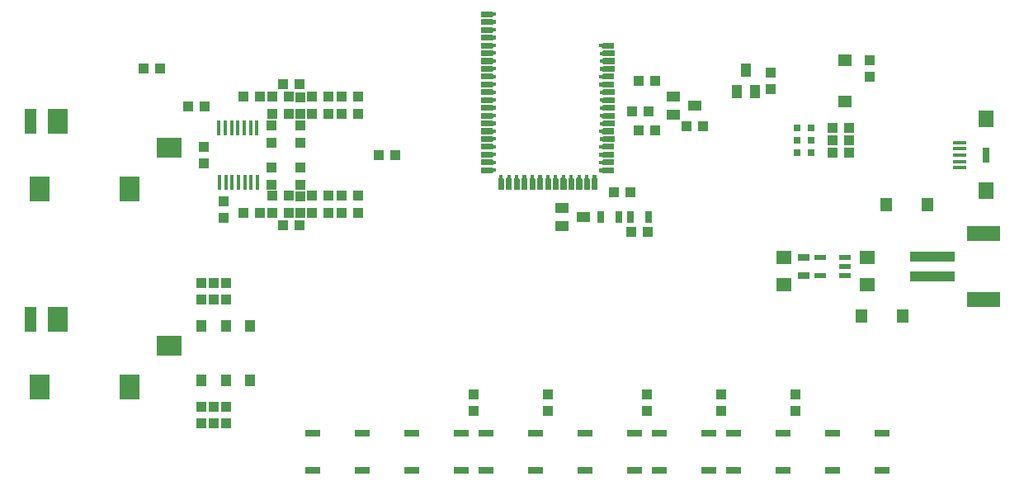
<source format=gbr>
G04 EAGLE Gerber RS-274X export*
G75*
%MOMM*%
%FSLAX34Y34*%
%LPD*%
%INSolderpaste Top*%
%IPPOS*%
%AMOC8*
5,1,8,0,0,1.08239X$1,22.5*%
G01*
%ADD10R,1.400000X1.000000*%
%ADD11R,1.200000X0.550000*%
%ADD12R,1.100000X1.000000*%
%ADD13R,1.200000X0.800000*%
%ADD14R,1.600000X1.400000*%
%ADD15R,0.800000X0.800000*%
%ADD16R,1.000000X1.100000*%
%ADD17R,1.000000X1.400000*%
%ADD18R,0.800000X1.200000*%
%ADD19R,1.270000X1.470000*%
%ADD20R,1.470000X1.270000*%
%ADD21R,4.600000X1.000000*%
%ADD22R,3.400000X1.600000*%
%ADD23R,2.000000X2.500000*%
%ADD24R,2.500000X2.000000*%
%ADD25R,1.200000X2.500000*%
%ADD26R,0.350000X1.600000*%
%ADD27R,1.400000X0.400000*%
%ADD28R,1.500000X1.800000*%
%ADD29R,0.700000X1.500000*%
%ADD30R,1.524000X0.762000*%
%ADD31R,1.000000X1.150000*%

G36*
X614352Y457103D02*
X614352Y457103D01*
X614352Y457104D01*
X614352Y463123D01*
X614348Y463128D01*
X614347Y463128D01*
X603044Y463128D01*
X603042Y463127D01*
X603041Y463127D01*
X601696Y461782D01*
X599133Y461782D01*
X599128Y461778D01*
X599128Y461777D01*
X599128Y458196D01*
X599132Y458191D01*
X599133Y458191D01*
X601594Y458191D01*
X602685Y457100D01*
X602688Y457100D01*
X602689Y457099D01*
X614347Y457099D01*
X614352Y457103D01*
G37*
G36*
X614378Y441078D02*
X614378Y441078D01*
X614377Y441078D01*
X614378Y441079D01*
X614378Y447098D01*
X614373Y447103D01*
X603070Y447103D01*
X603068Y447102D01*
X603066Y447102D01*
X601721Y445757D01*
X599158Y445757D01*
X599153Y445753D01*
X599153Y445752D01*
X599153Y442171D01*
X599157Y442166D01*
X599158Y442166D01*
X601620Y442166D01*
X602711Y441075D01*
X602713Y441075D01*
X602714Y441074D01*
X614373Y441074D01*
X614378Y441078D01*
G37*
G36*
X614329Y409155D02*
X614329Y409155D01*
X614329Y409156D01*
X614329Y415176D01*
X614325Y415181D01*
X614325Y415180D01*
X614324Y415181D01*
X603021Y415181D01*
X603020Y415179D01*
X603018Y415179D01*
X601673Y413835D01*
X599110Y413835D01*
X599105Y413830D01*
X599105Y410248D01*
X599109Y410243D01*
X599110Y410243D01*
X601572Y410243D01*
X602662Y409152D01*
X602665Y409152D01*
X602666Y409151D01*
X614324Y409151D01*
X614329Y409155D01*
G37*
G36*
X614218Y433074D02*
X614218Y433074D01*
X614217Y433075D01*
X614218Y433075D01*
X614218Y439095D01*
X614213Y439100D01*
X602910Y439100D01*
X602908Y439098D01*
X602906Y439098D01*
X601561Y437754D01*
X598998Y437754D01*
X598993Y437749D01*
X598993Y434167D01*
X598997Y434162D01*
X598998Y434163D01*
X598998Y434162D01*
X601460Y434162D01*
X602551Y433072D01*
X602553Y433071D01*
X602554Y433070D01*
X614213Y433070D01*
X614218Y433074D01*
G37*
G36*
X614329Y401104D02*
X614329Y401104D01*
X614329Y407124D01*
X614325Y407129D01*
X614324Y407129D01*
X603021Y407129D01*
X603020Y407127D01*
X603018Y407127D01*
X601673Y405783D01*
X599110Y405783D01*
X599105Y405778D01*
X599105Y402196D01*
X599109Y402191D01*
X599110Y402192D01*
X599110Y402191D01*
X601572Y402191D01*
X602662Y401101D01*
X602665Y401100D01*
X602666Y401099D01*
X614324Y401099D01*
X614329Y401104D01*
G37*
G36*
X614284Y465086D02*
X614284Y465086D01*
X614283Y465086D01*
X614284Y465087D01*
X614284Y471107D01*
X614279Y471111D01*
X614279Y471112D01*
X602976Y471112D01*
X602974Y471110D01*
X602972Y471110D01*
X601627Y469765D01*
X599064Y469765D01*
X599059Y469761D01*
X599059Y469760D01*
X599059Y466179D01*
X599064Y466174D01*
X601526Y466174D01*
X602617Y465083D01*
X602619Y465083D01*
X602620Y465082D01*
X614279Y465082D01*
X614284Y465086D01*
G37*
G36*
X614261Y425046D02*
X614261Y425046D01*
X614261Y431066D01*
X614256Y431071D01*
X602953Y431071D01*
X602951Y431069D01*
X602949Y431069D01*
X601605Y429725D01*
X599041Y429725D01*
X599036Y429720D01*
X599037Y429720D01*
X599036Y429720D01*
X599036Y426138D01*
X599041Y426133D01*
X599041Y426134D01*
X599041Y426133D01*
X601503Y426133D01*
X602594Y425043D01*
X602596Y425042D01*
X602597Y425041D01*
X614256Y425041D01*
X614261Y425046D01*
G37*
G36*
X614395Y417065D02*
X614395Y417065D01*
X614395Y423085D01*
X614391Y423090D01*
X614390Y423090D01*
X603087Y423090D01*
X603086Y423089D01*
X603084Y423089D01*
X601739Y421744D01*
X599176Y421744D01*
X599171Y421740D01*
X599171Y421739D01*
X599171Y418158D01*
X599175Y418153D01*
X599176Y418153D01*
X601638Y418153D01*
X602728Y417062D01*
X602731Y417062D01*
X602732Y417061D01*
X614390Y417061D01*
X614395Y417065D01*
G37*
G36*
X614388Y449076D02*
X614388Y449076D01*
X614388Y449077D01*
X614388Y455097D01*
X614383Y455102D01*
X603080Y455102D01*
X603078Y455100D01*
X603076Y455100D01*
X601732Y453756D01*
X599168Y453756D01*
X599163Y453751D01*
X599164Y453751D01*
X599163Y453751D01*
X599163Y450169D01*
X599168Y450164D01*
X599168Y450165D01*
X599168Y450164D01*
X601630Y450164D01*
X602721Y449074D01*
X602723Y449073D01*
X602724Y449072D01*
X614383Y449072D01*
X614388Y449076D01*
G37*
G36*
X614322Y393072D02*
X614322Y393072D01*
X614321Y393072D01*
X614322Y393073D01*
X614322Y399092D01*
X614317Y399097D01*
X603014Y399097D01*
X603012Y399096D01*
X603010Y399096D01*
X601666Y397751D01*
X599102Y397751D01*
X599097Y397747D01*
X599098Y397747D01*
X599097Y397746D01*
X599097Y394165D01*
X599102Y394160D01*
X601564Y394160D01*
X602655Y393069D01*
X602657Y393069D01*
X602658Y393068D01*
X614317Y393068D01*
X614322Y393072D01*
G37*
G36*
X614383Y385056D02*
X614383Y385056D01*
X614382Y385056D01*
X614383Y385056D01*
X614383Y391076D01*
X614378Y391081D01*
X603075Y391081D01*
X603073Y391080D01*
X603071Y391080D01*
X601726Y389735D01*
X599163Y389735D01*
X599158Y389731D01*
X599159Y389730D01*
X599158Y389730D01*
X599158Y386149D01*
X599163Y386144D01*
X601625Y386144D01*
X602716Y385053D01*
X602718Y385053D01*
X602719Y385051D01*
X614378Y385051D01*
X614383Y385056D01*
G37*
G36*
X614291Y377062D02*
X614291Y377062D01*
X614291Y377063D01*
X614291Y383083D01*
X614287Y383088D01*
X614287Y383087D01*
X614286Y383088D01*
X602983Y383088D01*
X602982Y383086D01*
X602980Y383086D01*
X601635Y381742D01*
X599072Y381742D01*
X599067Y381737D01*
X599067Y378155D01*
X599071Y378150D01*
X599071Y378151D01*
X599072Y378150D01*
X601533Y378150D01*
X602624Y377059D01*
X602627Y377059D01*
X602628Y377058D01*
X614286Y377058D01*
X614291Y377062D01*
G37*
G36*
X614345Y369122D02*
X614345Y369122D01*
X614344Y369123D01*
X614345Y369123D01*
X614345Y375143D01*
X614340Y375148D01*
X614340Y375147D01*
X614340Y375148D01*
X603037Y375148D01*
X603035Y375146D01*
X603033Y375146D01*
X601688Y373802D01*
X599125Y373802D01*
X599120Y373797D01*
X599120Y370215D01*
X599124Y370210D01*
X599125Y370211D01*
X599125Y370210D01*
X601587Y370210D01*
X602678Y369119D01*
X602680Y369119D01*
X602681Y369118D01*
X614340Y369118D01*
X614345Y369122D01*
G37*
G36*
X614215Y361149D02*
X614215Y361149D01*
X614215Y361150D01*
X614215Y367170D01*
X614211Y367175D01*
X614210Y367174D01*
X614210Y367175D01*
X602907Y367175D01*
X602905Y367173D01*
X602904Y367173D01*
X601559Y365829D01*
X598996Y365829D01*
X598991Y365824D01*
X598991Y362242D01*
X598995Y362237D01*
X598996Y362237D01*
X601457Y362237D01*
X602548Y361146D01*
X602550Y361146D01*
X602552Y361145D01*
X614210Y361145D01*
X614215Y361149D01*
G37*
G36*
X614271Y353098D02*
X614271Y353098D01*
X614271Y359118D01*
X614267Y359123D01*
X614266Y359123D01*
X602963Y359123D01*
X602961Y359121D01*
X602959Y359121D01*
X601615Y357777D01*
X599051Y357777D01*
X599046Y357772D01*
X599047Y357772D01*
X599046Y357772D01*
X599046Y354190D01*
X599051Y354185D01*
X599051Y354186D01*
X599051Y354185D01*
X601513Y354185D01*
X602604Y353095D01*
X602606Y353094D01*
X602607Y353093D01*
X614266Y353093D01*
X614271Y353098D01*
G37*
G36*
X614268Y345036D02*
X614268Y345036D01*
X614268Y351056D01*
X614264Y351061D01*
X614263Y351061D01*
X602960Y351061D01*
X602959Y351059D01*
X602957Y351059D01*
X601612Y349715D01*
X599049Y349715D01*
X599044Y349710D01*
X599044Y346128D01*
X599048Y346123D01*
X599049Y346124D01*
X599049Y346123D01*
X601511Y346123D01*
X602601Y345033D01*
X602604Y345032D01*
X602605Y345031D01*
X614263Y345031D01*
X614268Y345036D01*
G37*
G36*
X614266Y336984D02*
X614266Y336984D01*
X614266Y343004D01*
X614262Y343009D01*
X614261Y343009D01*
X602958Y343009D01*
X602956Y343008D01*
X602954Y343008D01*
X601610Y341663D01*
X599046Y341663D01*
X599041Y341659D01*
X599042Y341658D01*
X599041Y341658D01*
X599041Y338077D01*
X599046Y338072D01*
X601508Y338072D01*
X602599Y336981D01*
X602601Y336981D01*
X602602Y336979D01*
X614261Y336979D01*
X614266Y336984D01*
G37*
G36*
X489163Y449066D02*
X489163Y449066D01*
X489164Y449066D01*
X490509Y450411D01*
X493072Y450411D01*
X493077Y450415D01*
X493077Y450416D01*
X493077Y453997D01*
X493073Y454002D01*
X493072Y454002D01*
X490611Y454002D01*
X489520Y455093D01*
X489518Y455093D01*
X489516Y455094D01*
X477858Y455094D01*
X477853Y455090D01*
X477853Y455089D01*
X477853Y449069D01*
X477857Y449065D01*
X477858Y449065D01*
X489161Y449065D01*
X489163Y449066D01*
G37*
G36*
X489196Y441113D02*
X489196Y441113D01*
X489197Y441113D01*
X490542Y442458D01*
X493105Y442458D01*
X493110Y442462D01*
X493110Y442463D01*
X493110Y446044D01*
X493106Y446049D01*
X493105Y446049D01*
X490644Y446049D01*
X489553Y447140D01*
X489551Y447140D01*
X489549Y447142D01*
X477891Y447142D01*
X477886Y447137D01*
X477886Y441117D01*
X477890Y441112D01*
X477891Y441112D01*
X489194Y441112D01*
X489196Y441113D01*
G37*
G36*
X489114Y433105D02*
X489114Y433105D01*
X489116Y433105D01*
X490461Y434449D01*
X493024Y434449D01*
X493029Y434454D01*
X493029Y438036D01*
X493025Y438041D01*
X493024Y438040D01*
X493024Y438041D01*
X490562Y438041D01*
X489472Y439131D01*
X489469Y439132D01*
X489468Y439133D01*
X477810Y439133D01*
X477805Y439129D01*
X477805Y439128D01*
X477805Y433108D01*
X477809Y433103D01*
X477810Y433103D01*
X489113Y433103D01*
X489114Y433105D01*
G37*
G36*
X489160Y425165D02*
X489160Y425165D01*
X489162Y425165D01*
X490507Y426509D01*
X493070Y426509D01*
X493075Y426514D01*
X493075Y430096D01*
X493071Y430101D01*
X493070Y430100D01*
X493070Y430101D01*
X490608Y430101D01*
X489517Y431191D01*
X489515Y431192D01*
X489514Y431193D01*
X477855Y431193D01*
X477850Y431188D01*
X477851Y431188D01*
X477850Y431188D01*
X477850Y425168D01*
X477855Y425163D01*
X489158Y425163D01*
X489160Y425165D01*
G37*
G36*
X489170Y417034D02*
X489170Y417034D01*
X489172Y417034D01*
X490517Y418379D01*
X493080Y418379D01*
X493085Y418383D01*
X493085Y418384D01*
X493085Y421965D01*
X493081Y421970D01*
X493080Y421970D01*
X490618Y421970D01*
X489528Y423061D01*
X489525Y423061D01*
X489524Y423062D01*
X477865Y423062D01*
X477861Y423058D01*
X477860Y423057D01*
X477860Y417038D01*
X477865Y417033D01*
X489168Y417033D01*
X489170Y417034D01*
G37*
G36*
X489175Y409168D02*
X489175Y409168D01*
X489177Y409168D01*
X490522Y410512D01*
X493085Y410512D01*
X493090Y410517D01*
X493090Y414099D01*
X493086Y414104D01*
X493085Y414103D01*
X493085Y414104D01*
X490623Y414104D01*
X489533Y415194D01*
X489530Y415195D01*
X489529Y415196D01*
X477871Y415196D01*
X477866Y415192D01*
X477866Y415191D01*
X477866Y409171D01*
X477870Y409166D01*
X477871Y409166D01*
X489174Y409166D01*
X489175Y409168D01*
G37*
G36*
X489211Y401047D02*
X489211Y401047D01*
X489213Y401047D01*
X490557Y402392D01*
X493121Y402392D01*
X493126Y402396D01*
X493125Y402397D01*
X493126Y402397D01*
X493125Y402397D01*
X493126Y402397D01*
X493126Y405978D01*
X493121Y405983D01*
X490659Y405983D01*
X489568Y407074D01*
X489566Y407074D01*
X489565Y407076D01*
X477906Y407076D01*
X477901Y407071D01*
X477901Y401051D01*
X477905Y401046D01*
X477906Y401046D01*
X489209Y401046D01*
X489211Y401047D01*
G37*
G36*
X489158Y393128D02*
X489158Y393128D01*
X489159Y393128D01*
X490504Y394472D01*
X493067Y394472D01*
X493072Y394477D01*
X493072Y398059D01*
X493068Y398064D01*
X493068Y398063D01*
X493067Y398064D01*
X490606Y398064D01*
X489515Y399154D01*
X489512Y399155D01*
X489511Y399156D01*
X477853Y399156D01*
X477848Y399151D01*
X477848Y393131D01*
X477852Y393126D01*
X477853Y393126D01*
X489156Y393126D01*
X489158Y393128D01*
G37*
G36*
X489239Y385000D02*
X489239Y385000D01*
X489241Y385000D01*
X490585Y386344D01*
X493149Y386344D01*
X493154Y386349D01*
X493153Y386349D01*
X493154Y386349D01*
X493153Y386349D01*
X493154Y386349D01*
X493154Y389931D01*
X493149Y389936D01*
X493149Y389935D01*
X493149Y389936D01*
X490687Y389936D01*
X489596Y391026D01*
X489594Y391027D01*
X489593Y391028D01*
X477934Y391028D01*
X477929Y391023D01*
X477929Y385003D01*
X477933Y384998D01*
X477934Y384998D01*
X489237Y384998D01*
X489239Y385000D01*
G37*
G36*
X489137Y489079D02*
X489137Y489079D01*
X489139Y489079D01*
X490484Y490423D01*
X493047Y490423D01*
X493052Y490428D01*
X493052Y494010D01*
X493048Y494015D01*
X493047Y494014D01*
X493047Y494015D01*
X490585Y494015D01*
X489495Y495105D01*
X489492Y495106D01*
X489491Y495107D01*
X477832Y495107D01*
X477827Y495102D01*
X477828Y495102D01*
X477827Y495102D01*
X477827Y489082D01*
X477832Y489077D01*
X489135Y489077D01*
X489137Y489079D01*
G37*
G36*
X489196Y377057D02*
X489196Y377057D01*
X489197Y377057D01*
X490542Y378402D01*
X493105Y378402D01*
X493110Y378406D01*
X493110Y378407D01*
X493110Y381988D01*
X493106Y381993D01*
X493105Y381993D01*
X490644Y381993D01*
X489553Y383084D01*
X489551Y383084D01*
X489549Y383085D01*
X477891Y383085D01*
X477886Y383081D01*
X477886Y383080D01*
X477886Y377060D01*
X477890Y377056D01*
X477891Y377056D01*
X489194Y377056D01*
X489196Y377057D01*
G37*
G36*
X489185Y481070D02*
X489185Y481070D01*
X489187Y481070D01*
X490532Y482415D01*
X493095Y482415D01*
X493100Y482419D01*
X493100Y482420D01*
X493100Y486001D01*
X493096Y486006D01*
X493095Y486006D01*
X490634Y486006D01*
X489543Y487097D01*
X489540Y487097D01*
X489539Y487098D01*
X477881Y487098D01*
X477876Y487094D01*
X477876Y487093D01*
X477876Y481073D01*
X477880Y481069D01*
X477881Y481068D01*
X489184Y481068D01*
X489185Y481070D01*
G37*
G36*
X489170Y369104D02*
X489170Y369104D01*
X489172Y369104D01*
X490517Y370449D01*
X493080Y370449D01*
X493085Y370453D01*
X493085Y370454D01*
X493085Y374035D01*
X493081Y374040D01*
X493080Y374040D01*
X490618Y374040D01*
X489528Y375131D01*
X489525Y375131D01*
X489524Y375132D01*
X477865Y375132D01*
X477861Y375128D01*
X477860Y375127D01*
X477860Y369108D01*
X477865Y369103D01*
X489168Y369103D01*
X489170Y369104D01*
G37*
G36*
X489185Y473092D02*
X489185Y473092D01*
X489187Y473092D01*
X490532Y474437D01*
X493095Y474437D01*
X493100Y474441D01*
X493100Y474442D01*
X493100Y478023D01*
X493096Y478028D01*
X493095Y478028D01*
X490634Y478028D01*
X489543Y479119D01*
X489540Y479119D01*
X489539Y479120D01*
X477881Y479120D01*
X477876Y479116D01*
X477876Y479115D01*
X477876Y473095D01*
X477880Y473090D01*
X477880Y473091D01*
X477881Y473090D01*
X489184Y473090D01*
X489185Y473092D01*
G37*
G36*
X489178Y361091D02*
X489178Y361091D01*
X489180Y361090D01*
X490524Y362435D01*
X493088Y362435D01*
X493093Y362440D01*
X493092Y362440D01*
X493093Y362440D01*
X493092Y362440D01*
X493093Y362440D01*
X493093Y366022D01*
X493088Y366027D01*
X493088Y366026D01*
X493088Y366027D01*
X490626Y366027D01*
X489535Y367117D01*
X489533Y367117D01*
X489532Y367119D01*
X477873Y367119D01*
X477868Y367114D01*
X477868Y361094D01*
X477872Y361089D01*
X477873Y361089D01*
X489176Y361089D01*
X489178Y361091D01*
G37*
G36*
X489122Y465091D02*
X489122Y465091D01*
X489124Y465091D01*
X490469Y466436D01*
X493032Y466436D01*
X493037Y466440D01*
X493037Y466441D01*
X493037Y470022D01*
X493032Y470027D01*
X490570Y470027D01*
X489479Y471118D01*
X489477Y471118D01*
X489476Y471119D01*
X477817Y471119D01*
X477812Y471115D01*
X477813Y471114D01*
X477812Y471114D01*
X477812Y465094D01*
X477817Y465089D01*
X477817Y465090D01*
X477817Y465089D01*
X489120Y465089D01*
X489122Y465091D01*
G37*
G36*
X489180Y352985D02*
X489180Y352985D01*
X489182Y352985D01*
X490527Y354330D01*
X493090Y354330D01*
X493095Y354334D01*
X493095Y354335D01*
X493095Y357916D01*
X493091Y357921D01*
X493090Y357921D01*
X490628Y357921D01*
X489538Y359012D01*
X489535Y359012D01*
X489534Y359014D01*
X477876Y359014D01*
X477871Y359009D01*
X477871Y352989D01*
X477875Y352984D01*
X477876Y352984D01*
X489179Y352984D01*
X489180Y352985D01*
G37*
G36*
X489185Y497090D02*
X489185Y497090D01*
X489187Y497090D01*
X490532Y498434D01*
X493095Y498434D01*
X493100Y498439D01*
X493100Y502021D01*
X493096Y502026D01*
X493096Y502025D01*
X493095Y502026D01*
X490634Y502026D01*
X489543Y503117D01*
X489540Y503117D01*
X489539Y503118D01*
X477881Y503118D01*
X477876Y503114D01*
X477876Y503113D01*
X477876Y497093D01*
X477880Y497088D01*
X477880Y497089D01*
X477881Y497088D01*
X489184Y497088D01*
X489185Y497090D01*
G37*
G36*
X489180Y345033D02*
X489180Y345033D01*
X489182Y345033D01*
X490527Y346377D01*
X493090Y346377D01*
X493095Y346382D01*
X493095Y349964D01*
X493091Y349969D01*
X493091Y349968D01*
X493090Y349969D01*
X490628Y349969D01*
X489538Y351059D01*
X489535Y351060D01*
X489534Y351061D01*
X477876Y351061D01*
X477871Y351057D01*
X477871Y351056D01*
X477871Y345036D01*
X477875Y345031D01*
X477876Y345031D01*
X489179Y345031D01*
X489180Y345033D01*
G37*
G36*
X489180Y337080D02*
X489180Y337080D01*
X489182Y337080D01*
X490527Y338425D01*
X493090Y338425D01*
X493095Y338429D01*
X493095Y338430D01*
X493095Y342011D01*
X493091Y342016D01*
X493090Y342016D01*
X490628Y342016D01*
X489538Y343107D01*
X489535Y343107D01*
X489534Y343108D01*
X477876Y343108D01*
X477871Y343104D01*
X477871Y343103D01*
X477871Y337083D01*
X477875Y337078D01*
X477875Y337079D01*
X477876Y337078D01*
X489179Y337078D01*
X489180Y337080D01*
G37*
G36*
X489264Y457098D02*
X489264Y457098D01*
X489266Y457097D01*
X490611Y458442D01*
X493174Y458442D01*
X493179Y458446D01*
X493179Y458447D01*
X493179Y462029D01*
X493175Y462033D01*
X493174Y462033D01*
X493174Y462034D01*
X490712Y462034D01*
X489622Y463124D01*
X489619Y463124D01*
X489618Y463126D01*
X477959Y463126D01*
X477954Y463121D01*
X477955Y463121D01*
X477954Y463121D01*
X477954Y457101D01*
X477959Y457096D01*
X489262Y457096D01*
X489264Y457098D01*
G37*
G36*
X589211Y319915D02*
X589211Y319915D01*
X589211Y319916D01*
X589211Y331219D01*
X589210Y331220D01*
X589210Y331222D01*
X587865Y332567D01*
X587865Y335130D01*
X587861Y335135D01*
X587860Y335135D01*
X584279Y335135D01*
X584274Y335131D01*
X584274Y335130D01*
X584274Y332668D01*
X583183Y331578D01*
X583183Y331575D01*
X583182Y331574D01*
X583182Y319916D01*
X583186Y319911D01*
X583187Y319911D01*
X589206Y319911D01*
X589211Y319915D01*
G37*
G36*
X565208Y319902D02*
X565208Y319902D01*
X565208Y319903D01*
X565208Y331206D01*
X565207Y331208D01*
X565207Y331209D01*
X563862Y332554D01*
X563862Y335117D01*
X563858Y335122D01*
X563857Y335122D01*
X560276Y335122D01*
X560271Y335118D01*
X560271Y335117D01*
X560271Y332656D01*
X559180Y331565D01*
X559180Y331563D01*
X559179Y331561D01*
X559179Y319903D01*
X559183Y319898D01*
X559184Y319898D01*
X565203Y319898D01*
X565208Y319902D01*
G37*
G36*
X541269Y319895D02*
X541269Y319895D01*
X541269Y331198D01*
X541267Y331200D01*
X541267Y331202D01*
X539923Y332546D01*
X539923Y335110D01*
X539918Y335115D01*
X539918Y335114D01*
X539918Y335115D01*
X536336Y335115D01*
X536331Y335110D01*
X536332Y335110D01*
X536331Y335110D01*
X536332Y335110D01*
X536331Y335110D01*
X536331Y332648D01*
X535241Y331557D01*
X535240Y331555D01*
X535239Y331554D01*
X535239Y319895D01*
X535243Y319890D01*
X535244Y319891D01*
X535244Y319890D01*
X541264Y319890D01*
X541269Y319895D01*
G37*
G36*
X581312Y319872D02*
X581312Y319872D01*
X581312Y331175D01*
X581310Y331177D01*
X581310Y331179D01*
X579966Y332524D01*
X579966Y335087D01*
X579961Y335092D01*
X576379Y335092D01*
X576374Y335088D01*
X576375Y335087D01*
X576374Y335087D01*
X576375Y335087D01*
X576374Y335087D01*
X576374Y332625D01*
X575284Y331534D01*
X575283Y331532D01*
X575282Y331531D01*
X575282Y319872D01*
X575287Y319867D01*
X575287Y319868D01*
X575287Y319867D01*
X581307Y319867D01*
X581312Y319872D01*
G37*
G36*
X549234Y319872D02*
X549234Y319872D01*
X549234Y331175D01*
X549233Y331177D01*
X549233Y331179D01*
X547888Y332524D01*
X547888Y335087D01*
X547884Y335092D01*
X547883Y335092D01*
X544302Y335092D01*
X544297Y335088D01*
X544297Y335087D01*
X544297Y332625D01*
X543206Y331534D01*
X543206Y331532D01*
X543205Y331531D01*
X543205Y319872D01*
X543209Y319867D01*
X543209Y319868D01*
X543210Y319867D01*
X549229Y319867D01*
X549234Y319872D01*
G37*
G36*
X525211Y319872D02*
X525211Y319872D01*
X525211Y331175D01*
X525209Y331177D01*
X525210Y331179D01*
X523865Y332524D01*
X523865Y335087D01*
X523860Y335092D01*
X520278Y335092D01*
X520273Y335088D01*
X520274Y335087D01*
X520273Y335087D01*
X520274Y335087D01*
X520273Y335087D01*
X520273Y332625D01*
X519183Y331534D01*
X519183Y331532D01*
X519181Y331531D01*
X519181Y319872D01*
X519186Y319867D01*
X519186Y319868D01*
X519186Y319867D01*
X525206Y319867D01*
X525211Y319872D01*
G37*
G36*
X597187Y319864D02*
X597187Y319864D01*
X597187Y319865D01*
X597187Y331168D01*
X597185Y331170D01*
X597185Y331171D01*
X595841Y332516D01*
X595841Y335079D01*
X595836Y335084D01*
X592254Y335084D01*
X592249Y335080D01*
X592250Y335080D01*
X592249Y335080D01*
X592250Y335079D01*
X592249Y335079D01*
X592249Y332618D01*
X591159Y331527D01*
X591158Y331524D01*
X591157Y331523D01*
X591157Y319865D01*
X591162Y319860D01*
X597182Y319860D01*
X597187Y319864D01*
G37*
G36*
X517266Y319864D02*
X517266Y319864D01*
X517266Y319865D01*
X517266Y331168D01*
X517264Y331170D01*
X517264Y331171D01*
X515920Y332516D01*
X515920Y335079D01*
X515915Y335084D01*
X512333Y335084D01*
X512328Y335080D01*
X512329Y335080D01*
X512328Y335080D01*
X512329Y335079D01*
X512328Y335079D01*
X512328Y332618D01*
X511238Y331527D01*
X511237Y331524D01*
X511236Y331523D01*
X511236Y319865D01*
X511240Y319860D01*
X511241Y319860D01*
X517261Y319860D01*
X517266Y319864D01*
G37*
G36*
X573199Y319856D02*
X573199Y319856D01*
X573199Y319857D01*
X573199Y331160D01*
X573198Y331162D01*
X573198Y331164D01*
X571853Y332508D01*
X571853Y335072D01*
X571849Y335077D01*
X571848Y335076D01*
X571848Y335077D01*
X568267Y335077D01*
X568262Y335072D01*
X568262Y332610D01*
X567171Y331519D01*
X567171Y331517D01*
X567169Y331516D01*
X567169Y319857D01*
X567174Y319852D01*
X573194Y319852D01*
X573199Y319856D01*
G37*
G36*
X501134Y319834D02*
X501134Y319834D01*
X501134Y331137D01*
X501133Y331139D01*
X501133Y331141D01*
X499788Y332486D01*
X499788Y335049D01*
X499784Y335054D01*
X499783Y335053D01*
X499783Y335054D01*
X496202Y335054D01*
X496197Y335049D01*
X496197Y332587D01*
X495106Y331496D01*
X495106Y331494D01*
X495105Y331493D01*
X495105Y319834D01*
X495109Y319829D01*
X495109Y319830D01*
X495110Y319829D01*
X501129Y319829D01*
X501134Y319834D01*
G37*
G36*
X533232Y319803D02*
X533232Y319803D01*
X533232Y319804D01*
X533232Y331107D01*
X533231Y331109D01*
X533231Y331110D01*
X531886Y332455D01*
X531886Y335018D01*
X531882Y335023D01*
X531881Y335023D01*
X528300Y335023D01*
X528295Y335019D01*
X528295Y335018D01*
X528295Y332557D01*
X527204Y331466D01*
X527204Y331463D01*
X527203Y331462D01*
X527203Y319804D01*
X527207Y319799D01*
X527208Y319799D01*
X533227Y319799D01*
X533232Y319803D01*
G37*
G36*
X509194Y319796D02*
X509194Y319796D01*
X509193Y319796D01*
X509194Y319796D01*
X509194Y331099D01*
X509192Y331101D01*
X509192Y331103D01*
X507848Y332447D01*
X507848Y335011D01*
X507843Y335016D01*
X507843Y335015D01*
X507843Y335016D01*
X504261Y335016D01*
X504256Y335011D01*
X504256Y332549D01*
X503165Y331458D01*
X503165Y331456D01*
X503164Y331455D01*
X503164Y319796D01*
X503168Y319791D01*
X503169Y319792D01*
X503169Y319791D01*
X509189Y319791D01*
X509194Y319796D01*
G37*
G36*
X557121Y319796D02*
X557121Y319796D01*
X557121Y331099D01*
X557119Y331101D01*
X557120Y331103D01*
X555775Y332447D01*
X555775Y335011D01*
X555770Y335016D01*
X555770Y335015D01*
X555770Y335016D01*
X552188Y335016D01*
X552183Y335011D01*
X552184Y335011D01*
X552183Y335011D01*
X552184Y335011D01*
X552183Y335011D01*
X552183Y332549D01*
X551093Y331458D01*
X551093Y331456D01*
X551091Y331455D01*
X551091Y319796D01*
X551096Y319791D01*
X557116Y319791D01*
X557121Y319796D01*
G37*
D10*
X696800Y406400D03*
X674800Y396900D03*
X674800Y415900D03*
D11*
X851201Y231800D03*
X851201Y241300D03*
X851201Y250800D03*
X825199Y250800D03*
X825199Y231800D03*
D12*
X688730Y384810D03*
X705730Y384810D03*
X838590Y383540D03*
X855590Y383540D03*
D13*
X808990Y232300D03*
X808990Y250300D03*
D14*
X873760Y250220D03*
X873760Y222220D03*
D15*
X801490Y383540D03*
X816490Y383540D03*
X801490Y358140D03*
X816490Y358140D03*
X801490Y370840D03*
X816490Y370840D03*
D12*
X838590Y370840D03*
X855590Y370840D03*
X838590Y358140D03*
X855590Y358140D03*
D16*
X876300Y453000D03*
X876300Y436000D03*
D17*
X749300Y442800D03*
X758800Y420800D03*
X739800Y420800D03*
D12*
X639200Y431800D03*
X656200Y431800D03*
D16*
X774700Y440300D03*
X774700Y423300D03*
D14*
X788670Y250220D03*
X788670Y222220D03*
D12*
X632850Y400050D03*
X649850Y400050D03*
X639200Y381000D03*
X656200Y381000D03*
X630800Y317500D03*
X613800Y317500D03*
D10*
X582500Y292100D03*
X560500Y282600D03*
X560500Y301600D03*
D18*
X618600Y292100D03*
X600600Y292100D03*
X649080Y292100D03*
X631080Y292100D03*
D12*
X648580Y276860D03*
X631580Y276860D03*
D19*
X910500Y190500D03*
X867500Y190500D03*
D20*
X850900Y453300D03*
X850900Y410300D03*
D19*
X935900Y304800D03*
X892900Y304800D03*
D21*
X940900Y251300D03*
X940900Y231300D03*
D22*
X992900Y275300D03*
X992900Y207300D03*
D23*
X25000Y321100D03*
X117000Y321100D03*
X43000Y390100D03*
D24*
X157500Y363100D03*
D25*
X15000Y390100D03*
D23*
X25000Y117900D03*
X117000Y117900D03*
X43000Y186900D03*
D24*
X157500Y159900D03*
D25*
X15000Y186900D03*
D26*
X228100Y383600D03*
X228600Y327600D03*
X235100Y327600D03*
X241600Y327600D03*
X248100Y327600D03*
X222100Y327600D03*
X215600Y327600D03*
X209100Y327600D03*
X234600Y383600D03*
X241100Y383600D03*
X247600Y383600D03*
X221600Y383600D03*
X215100Y383600D03*
X208600Y383600D03*
D16*
X292100Y414900D03*
X292100Y397900D03*
X262890Y385690D03*
X262890Y368690D03*
D12*
X303920Y415290D03*
X320920Y415290D03*
D16*
X292100Y385690D03*
X292100Y368690D03*
D12*
X263280Y415290D03*
X280280Y415290D03*
X303920Y397510D03*
X320920Y397510D03*
X263280Y397510D03*
X280280Y397510D03*
X274710Y427990D03*
X291710Y427990D03*
X234070Y415290D03*
X251070Y415290D03*
D16*
X292100Y313300D03*
X292100Y296300D03*
X262890Y342510D03*
X262890Y325510D03*
D12*
X303920Y313690D03*
X320920Y313690D03*
D16*
X292100Y342510D03*
X292100Y325510D03*
D12*
X263280Y313690D03*
X280280Y313690D03*
X303920Y295910D03*
X320920Y295910D03*
X263280Y295910D03*
X280280Y295910D03*
X274710Y283210D03*
X291710Y283210D03*
X234070Y295910D03*
X251070Y295910D03*
D16*
X193040Y347100D03*
X193040Y364100D03*
D12*
X193920Y405130D03*
X176920Y405130D03*
D16*
X213360Y308220D03*
X213360Y291220D03*
X190500Y207400D03*
X190500Y224400D03*
X203200Y224400D03*
X203200Y207400D03*
X215900Y207400D03*
X215900Y224400D03*
X190500Y97400D03*
X190500Y80400D03*
X203200Y80400D03*
X203200Y97400D03*
X215900Y97400D03*
X215900Y80400D03*
D27*
X968680Y355600D03*
X968680Y349100D03*
X968680Y342600D03*
X968680Y362100D03*
X968680Y368600D03*
D28*
X995680Y318760D03*
D29*
X995680Y355600D03*
D28*
X995680Y392440D03*
D30*
X304800Y69850D03*
X355600Y69850D03*
X304800Y31750D03*
X355600Y31750D03*
X482600Y69850D03*
X533400Y69850D03*
X482600Y31750D03*
X533400Y31750D03*
X406400Y69850D03*
X457200Y69850D03*
X406400Y31750D03*
X457200Y31750D03*
X660400Y69850D03*
X711200Y69850D03*
X660400Y31750D03*
X711200Y31750D03*
X584200Y69850D03*
X635000Y69850D03*
X584200Y31750D03*
X635000Y31750D03*
X736600Y69850D03*
X787400Y69850D03*
X736600Y31750D03*
X787400Y31750D03*
D31*
X190900Y124150D03*
X215900Y124150D03*
X240900Y124150D03*
X190900Y180650D03*
X215900Y180650D03*
X240900Y180650D03*
D12*
X351400Y415290D03*
X334400Y415290D03*
X351400Y397510D03*
X334400Y397510D03*
X351400Y313690D03*
X334400Y313690D03*
X351400Y295910D03*
X334400Y295910D03*
X131200Y444500D03*
X148200Y444500D03*
D16*
X546100Y93100D03*
X546100Y110100D03*
X469900Y93100D03*
X469900Y110100D03*
X723900Y93100D03*
X723900Y110100D03*
X647700Y93100D03*
X647700Y110100D03*
X800100Y93100D03*
X800100Y110100D03*
D30*
X838200Y69850D03*
X889000Y69850D03*
X838200Y31750D03*
X889000Y31750D03*
D12*
X372500Y355600D03*
X389500Y355600D03*
M02*

</source>
